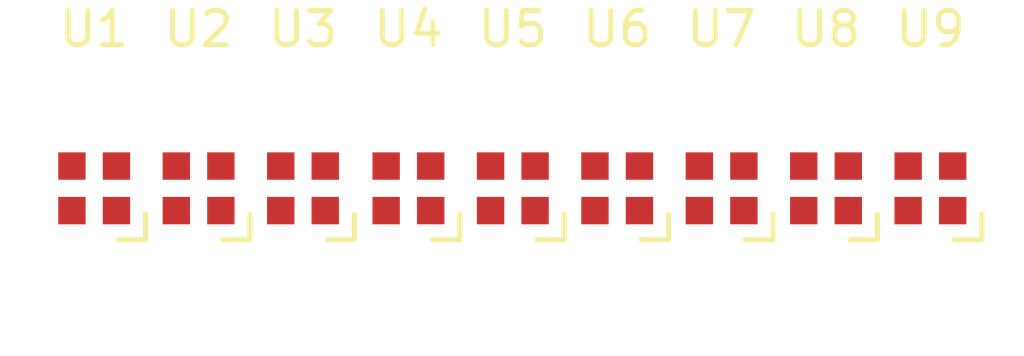
<source format=kicad_pcb>
(kicad_pcb (version 20221018) (generator pcbnew)
  (layers (0 "F.Cu" signal) (31 "B.Cu" signal) (34 "B.Paste" user) (35 "F.Paste" user) (36 "B.SilkS" user "B.Silkscreen") (37 "F.SilkS" user "F.Silkscreen") (38 "B.Mask" user) (39 "F.Mask" user) (44 "Edge.Cuts" user))
  (net 0 "")
  (net 1 "vcc-3")
  (net 2 "vcc")
  (net 3 "vcc-1")
  (net 4 "gnd")
  (net 5 "vcc-4")
  (net 6 "vcc-5")
  (net 7 "vcc-6")
  (net 8 "vcc-7")
  (net 9 "vcc-8")
  (net 10 "vcc-9")
  (net 11 "vcc-10")
  (net 12 "vcc-2")
  (footprint "lib:LED-SMD_4P-L2.0-W2.0-BR" (layer "F.Cu") (at 71.135 122.413)
    (fp_text reference "U7" (at 0 -4.65) (layer "F.SilkS"))
    (fp_text value "")
    (fp_line (start 0.7 1.5) (end 1.5 1.5) (stroke (width 0.15)) (layer "F.SilkS"))
    (fp_line (start 1.5 1.5) (end 1.5 0.75) (stroke (width 0.15)) (layer "F.SilkS"))
    (pad "1" smd rect (at 0.65 0.65) (size 0.8 0.8) (layers "F.Cu" "F.Paste" "F.Mask") (net 2 "vcc"))
    (pad "2" smd rect (at 0.65 -0.65) (size 0.8 0.8) (layers "F.Cu" "F.Paste" "F.Mask") (net 10 "vcc-9"))
    (pad "3" smd rect (at -0.65 -0.65) (size 0.8 0.8) (layers "F.Cu" "F.Paste" "F.Mask") (net 4 "gnd"))
    (pad "4" smd rect (at -0.65 0.65) (size 0.8 0.8) (layers "F.Cu" "F.Paste" "F.Mask") (net 9 "vcc-8"))
  )
  (footprint "lib:LED-SMD_4P-L2.0-W2.0-BR" (layer "F.Cu") (at 74.183 122.413)
    (fp_text reference "U8" (at 0 -4.65) (layer "F.SilkS"))
    (fp_text value "")
    (fp_line (start 0.7 1.5) (end 1.5 1.5) (stroke (width 0.15)) (layer "F.SilkS"))
    (fp_line (start 1.5 1.5) (end 1.5 0.75) (stroke (width 0.15)) (layer "F.SilkS"))
    (pad "1" smd rect (at 0.65 0.65) (size 0.8 0.8) (layers "F.Cu" "F.Paste" "F.Mask") (net 2 "vcc"))
    (pad "2" smd rect (at 0.65 -0.65) (size 0.8 0.8) (layers "F.Cu" "F.Paste" "F.Mask") (net 11 "vcc-10"))
    (pad "3" smd rect (at -0.65 -0.65) (size 0.8 0.8) (layers "F.Cu" "F.Paste" "F.Mask") (net 4 "gnd"))
    (pad "4" smd rect (at -0.65 0.65) (size 0.8 0.8) (layers "F.Cu" "F.Paste" "F.Mask") (net 10 "vcc-9"))
  )
  (footprint "lib:LED-SMD_4P-L2.0-W2.0-BR" (layer "F.Cu") (at 68.087 122.413)
    (fp_text reference "U6" (at 0 -4.65) (layer "F.SilkS"))
    (fp_text value "")
    (fp_line (start 0.7 1.5) (end 1.5 1.5) (stroke (width 0.15)) (layer "F.SilkS"))
    (fp_line (start 1.5 1.5) (end 1.5 0.75) (stroke (width 0.15)) (layer "F.SilkS"))
    (pad "1" smd rect (at 0.65 0.65) (size 0.8 0.8) (layers "F.Cu" "F.Paste" "F.Mask") (net 2 "vcc"))
    (pad "2" smd rect (at 0.65 -0.65) (size 0.8 0.8) (layers "F.Cu" "F.Paste" "F.Mask") (net 9 "vcc-8"))
    (pad "3" smd rect (at -0.65 -0.65) (size 0.8 0.8) (layers "F.Cu" "F.Paste" "F.Mask") (net 4 "gnd"))
    (pad "4" smd rect (at -0.65 0.65) (size 0.8 0.8) (layers "F.Cu" "F.Paste" "F.Mask") (net 8 "vcc-7"))
  )
  (footprint "lib:LED-SMD_4P-L2.0-W2.0-BR" (layer "F.Cu") (at 55.865 122.413)
    (fp_text reference "U2" (at 0 -4.65) (layer "F.SilkS"))
    (fp_text value "")
    (fp_line (start 0.7 1.5) (end 1.5 1.5) (stroke (width 0.15)) (layer "F.SilkS"))
    (fp_line (start 1.5 1.5) (end 1.5 0.75) (stroke (width 0.15)) (layer "F.SilkS"))
    (pad "1" smd rect (at 0.65 0.65) (size 0.8 0.8) (layers "F.Cu" "F.Paste" "F.Mask") (net 2 "vcc"))
    (pad "2" smd rect (at 0.65 -0.65) (size 0.8 0.8) (layers "F.Cu" "F.Paste" "F.Mask") (net 5 "vcc-4"))
    (pad "3" smd rect (at -0.65 -0.65) (size 0.8 0.8) (layers "F.Cu" "F.Paste" "F.Mask") (net 4 "gnd"))
    (pad "4" smd rect (at -0.65 0.65) (size 0.8 0.8) (layers "F.Cu" "F.Paste" "F.Mask") (net 1 "vcc-3"))
  )
  (footprint "lib:LED-SMD_4P-L2.0-W2.0-BR" (layer "F.Cu") (at 52.817 122.413)
    (fp_text reference "U1" (at 0 -4.65) (layer "F.SilkS"))
    (fp_text value "")
    (fp_line (start 0.7 1.5) (end 1.5 1.5) (stroke (width 0.15)) (layer "F.SilkS"))
    (fp_line (start 1.5 1.5) (end 1.5 0.75) (stroke (width 0.15)) (layer "F.SilkS"))
    (pad "1" smd rect (at 0.65 0.65) (size 0.8 0.8) (layers "F.Cu" "F.Paste" "F.Mask") (net 2 "vcc"))
    (pad "2" smd rect (at 0.65 -0.65) (size 0.8 0.8) (layers "F.Cu" "F.Paste" "F.Mask") (net 1 "vcc-3"))
    (pad "3" smd rect (at -0.65 -0.65) (size 0.8 0.8) (layers "F.Cu" "F.Paste" "F.Mask") (net 4 "gnd"))
    (pad "4" smd rect (at -0.65 0.65) (size 0.8 0.8) (layers "F.Cu" "F.Paste" "F.Mask") (net 3 "vcc-1"))
  )
  (footprint "lib:LED-SMD_4P-L2.0-W2.0-BR" (layer "F.Cu") (at 65.039 122.413)
    (fp_text reference "U5" (at 0 -4.65) (layer "F.SilkS"))
    (fp_text value "")
    (fp_line (start 0.7 1.5) (end 1.5 1.5) (stroke (width 0.15)) (layer "F.SilkS"))
    (fp_line (start 1.5 1.5) (end 1.5 0.75) (stroke (width 0.15)) (layer "F.SilkS"))
    (pad "1" smd rect (at 0.65 0.65) (size 0.8 0.8) (layers "F.Cu" "F.Paste" "F.Mask") (net 2 "vcc"))
    (pad "2" smd rect (at 0.65 -0.65) (size 0.8 0.8) (layers "F.Cu" "F.Paste" "F.Mask") (net 8 "vcc-7"))
    (pad "3" smd rect (at -0.65 -0.65) (size 0.8 0.8) (layers "F.Cu" "F.Paste" "F.Mask") (net 4 "gnd"))
    (pad "4" smd rect (at -0.65 0.65) (size 0.8 0.8) (layers "F.Cu" "F.Paste" "F.Mask") (net 7 "vcc-6"))
  )
  (footprint "lib:LED-SMD_4P-L2.0-W2.0-BR" (layer "F.Cu") (at 77.231 122.413)
    (fp_text reference "U9" (at 0 -4.65) (layer "F.SilkS"))
    (fp_text value "")
    (fp_line (start 0.7 1.5) (end 1.5 1.5) (stroke (width 0.15)) (layer "F.SilkS"))
    (fp_line (start 1.5 1.5) (end 1.5 0.75) (stroke (width 0.15)) (layer "F.SilkS"))
    (pad "1" smd rect (at 0.65 0.65) (size 0.8 0.8) (layers "F.Cu" "F.Paste" "F.Mask") (net 2 "vcc"))
    (pad "2" smd rect (at 0.65 -0.65) (size 0.8 0.8) (layers "F.Cu" "F.Paste" "F.Mask") (net 12 "vcc-2"))
    (pad "3" smd rect (at -0.65 -0.65) (size 0.8 0.8) (layers "F.Cu" "F.Paste" "F.Mask") (net 4 "gnd"))
    (pad "4" smd rect (at -0.65 0.65) (size 0.8 0.8) (layers "F.Cu" "F.Paste" "F.Mask") (net 11 "vcc-10"))
  )
  (footprint "lib:LED-SMD_4P-L2.0-W2.0-BR" (layer "F.Cu") (at 58.913 122.413)
    (fp_text reference "U3" (at 0 -4.65) (layer "F.SilkS"))
    (fp_text value "")
    (fp_line (start 0.7 1.5) (end 1.5 1.5) (stroke (width 0.15)) (layer "F.SilkS"))
    (fp_line (start 1.5 1.5) (end 1.5 0.75) (stroke (width 0.15)) (layer "F.SilkS"))
    (pad "1" smd rect (at 0.65 0.65) (size 0.8 0.8) (layers "F.Cu" "F.Paste" "F.Mask") (net 2 "vcc"))
    (pad "2" smd rect (at 0.65 -0.65) (size 0.8 0.8) (layers "F.Cu" "F.Paste" "F.Mask") (net 6 "vcc-5"))
    (pad "3" smd rect (at -0.65 -0.65) (size 0.8 0.8) (layers "F.Cu" "F.Paste" "F.Mask") (net 4 "gnd"))
    (pad "4" smd rect (at -0.65 0.65) (size 0.8 0.8) (layers "F.Cu" "F.Paste" "F.Mask") (net 5 "vcc-4"))
  )
  (footprint "lib:LED-SMD_4P-L2.0-W2.0-BR" (layer "F.Cu") (at 61.991 122.413)
    (fp_text reference "U4" (at 0 -4.65) (layer "F.SilkS"))
    (fp_text value "")
    (fp_line (start 0.7 1.5) (end 1.5 1.5) (stroke (width 0.15)) (layer "F.SilkS"))
    (fp_line (start 1.5 1.5) (end 1.5 0.75) (stroke (width 0.15)) (layer "F.SilkS"))
    (pad "1" smd rect (at 0.65 0.65) (size 0.8 0.8) (layers "F.Cu" "F.Paste" "F.Mask") (net 2 "vcc"))
    (pad "2" smd rect (at 0.65 -0.65) (size 0.8 0.8) (layers "F.Cu" "F.Paste" "F.Mask") (net 7 "vcc-6"))
    (pad "3" smd rect (at -0.65 -0.65) (size 0.8 0.8) (layers "F.Cu" "F.Paste" "F.Mask") (net 4 "gnd"))
    (pad "4" smd rect (at -0.65 0.65) (size 0.8 0.8) (layers "F.Cu" "F.Paste" "F.Mask") (net 6 "vcc-5"))
  )
)
</source>
